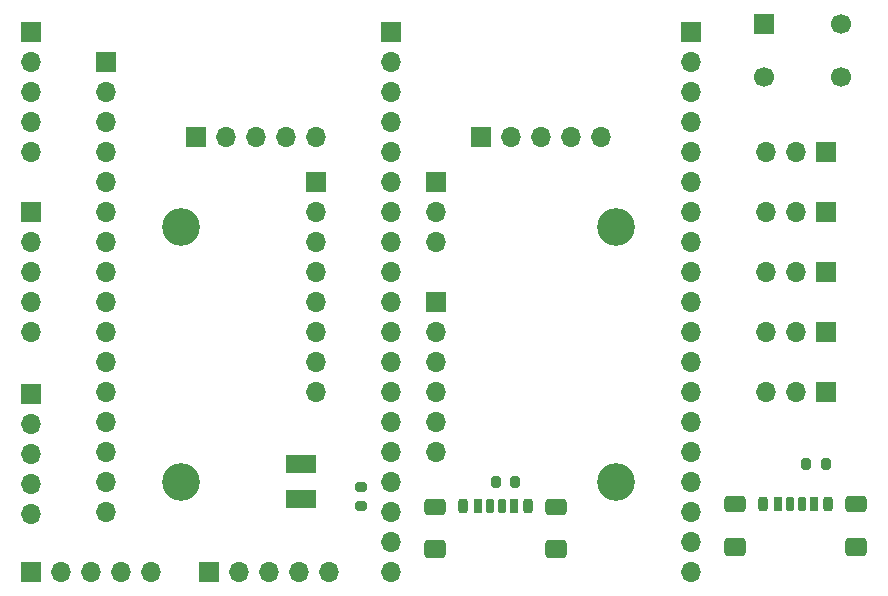
<source format=gbr>
%TF.GenerationSoftware,KiCad,Pcbnew,8.0.3*%
%TF.CreationDate,2024-07-03T01:18:00-05:00*%
%TF.ProjectId,lucidGloves,6c756369-6447-46c6-9f76-65732e6b6963,rev?*%
%TF.SameCoordinates,Original*%
%TF.FileFunction,Soldermask,Top*%
%TF.FilePolarity,Negative*%
%FSLAX46Y46*%
G04 Gerber Fmt 4.6, Leading zero omitted, Abs format (unit mm)*
G04 Created by KiCad (PCBNEW 8.0.3) date 2024-07-03 01:18:00*
%MOMM*%
%LPD*%
G01*
G04 APERTURE LIST*
G04 Aperture macros list*
%AMRoundRect*
0 Rectangle with rounded corners*
0 $1 Rounding radius*
0 $2 $3 $4 $5 $6 $7 $8 $9 X,Y pos of 4 corners*
0 Add a 4 corners polygon primitive as box body*
4,1,4,$2,$3,$4,$5,$6,$7,$8,$9,$2,$3,0*
0 Add four circle primitives for the rounded corners*
1,1,$1+$1,$2,$3*
1,1,$1+$1,$4,$5*
1,1,$1+$1,$6,$7*
1,1,$1+$1,$8,$9*
0 Add four rect primitives between the rounded corners*
20,1,$1+$1,$2,$3,$4,$5,0*
20,1,$1+$1,$4,$5,$6,$7,0*
20,1,$1+$1,$6,$7,$8,$9,0*
20,1,$1+$1,$8,$9,$2,$3,0*%
G04 Aperture macros list end*
%ADD10C,3.200000*%
%ADD11O,1.700000X1.700000*%
%ADD12R,1.700000X1.700000*%
%ADD13RoundRect,0.175000X-0.175000X-0.425000X0.175000X-0.425000X0.175000X0.425000X-0.175000X0.425000X0*%
%ADD14RoundRect,0.190000X0.190000X0.410000X-0.190000X0.410000X-0.190000X-0.410000X0.190000X-0.410000X0*%
%ADD15RoundRect,0.200000X0.200000X0.400000X-0.200000X0.400000X-0.200000X-0.400000X0.200000X-0.400000X0*%
%ADD16RoundRect,0.175000X0.175000X0.425000X-0.175000X0.425000X-0.175000X-0.425000X0.175000X-0.425000X0*%
%ADD17RoundRect,0.190000X-0.190000X-0.410000X0.190000X-0.410000X0.190000X0.410000X-0.190000X0.410000X0*%
%ADD18RoundRect,0.200000X-0.200000X-0.400000X0.200000X-0.400000X0.200000X0.400000X-0.200000X0.400000X0*%
%ADD19RoundRect,0.250000X-0.650000X-0.425000X0.650000X-0.425000X0.650000X0.425000X-0.650000X0.425000X0*%
%ADD20RoundRect,0.250000X-0.650000X-0.500000X0.650000X-0.500000X0.650000X0.500000X-0.650000X0.500000X0*%
%ADD21C,1.700000*%
%ADD22RoundRect,0.200000X-0.200000X-0.275000X0.200000X-0.275000X0.200000X0.275000X-0.200000X0.275000X0*%
%ADD23RoundRect,0.200000X-0.275000X0.200000X-0.275000X-0.200000X0.275000X-0.200000X0.275000X0.200000X0*%
%ADD24R,2.600000X1.500000*%
G04 APERTURE END LIST*
D10*
%TO.C,H2*%
X195580000Y-91440000D03*
%TD*%
D11*
%TO.C,J3*%
X180340000Y-71120000D03*
X180340000Y-68580000D03*
D12*
X180340000Y-66040000D03*
%TD*%
D13*
%TO.C,J1*%
X210323213Y-93287648D03*
D14*
X212343213Y-93287648D03*
D15*
X213573213Y-93287648D03*
D16*
X211323213Y-93287648D03*
D17*
X209303213Y-93287648D03*
D18*
X208073213Y-93287648D03*
D19*
X205698213Y-93342648D03*
D20*
X205698213Y-96922648D03*
D19*
X215948213Y-93342648D03*
D20*
X215948213Y-96922648D03*
%TD*%
D12*
%TO.C,J15*%
X184155000Y-62230000D03*
D11*
X186695000Y-62230000D03*
X189235000Y-62230000D03*
X191775000Y-62230000D03*
X194315000Y-62230000D03*
%TD*%
D12*
%TO.C,J6*%
X160020000Y-62230000D03*
D11*
X162560000Y-62230000D03*
X165100000Y-62230000D03*
X167640000Y-62230000D03*
X170180000Y-62230000D03*
%TD*%
%TO.C,J7*%
X152400000Y-93980000D03*
X152400000Y-91440000D03*
X152400000Y-88900000D03*
X152400000Y-86360000D03*
X152400000Y-83820000D03*
X152400000Y-81280000D03*
X152400000Y-78740000D03*
X152400000Y-76200000D03*
X152400000Y-73660000D03*
X152400000Y-71120000D03*
X152400000Y-68580000D03*
X152400000Y-66040000D03*
X152400000Y-63500000D03*
X152400000Y-60960000D03*
X152400000Y-58420000D03*
D12*
X152400000Y-55880000D03*
%TD*%
D10*
%TO.C,H4*%
X158750000Y-91440000D03*
%TD*%
%TO.C,H3*%
X158750000Y-69850000D03*
%TD*%
%TO.C,H1*%
X195580000Y-69850000D03*
%TD*%
D12*
%TO.C,SW1*%
X208130000Y-52650000D03*
D21*
X214630000Y-52650000D03*
X208130000Y-57150000D03*
X214630000Y-57150000D03*
%TD*%
D22*
%TO.C,R1*%
X213360000Y-89915000D03*
X211710000Y-89915000D03*
%TD*%
D23*
%TO.C,R3*%
X173990000Y-91885000D03*
X173990000Y-93535000D03*
%TD*%
D22*
%TO.C,R2*%
X185420000Y-91440000D03*
X187070000Y-91440000D03*
%TD*%
D12*
%TO.C,J20*%
X213360000Y-83820000D03*
D11*
X210820000Y-83820000D03*
X208280000Y-83820000D03*
%TD*%
D12*
%TO.C,J19*%
X213360000Y-78740000D03*
D11*
X210820000Y-78740000D03*
X208280000Y-78740000D03*
%TD*%
D12*
%TO.C,J18*%
X213360000Y-73660000D03*
D11*
X210820000Y-73660000D03*
X208280000Y-73660000D03*
%TD*%
D12*
%TO.C,J17*%
X213360000Y-68580000D03*
D11*
X210820000Y-68580000D03*
X208280000Y-68580000D03*
%TD*%
D12*
%TO.C,J16*%
X213360000Y-63500000D03*
D11*
X210820000Y-63500000D03*
X208280000Y-63500000D03*
%TD*%
%TO.C,J12*%
X146100000Y-63500000D03*
X146100000Y-60960000D03*
X146100000Y-58420000D03*
X146100000Y-55880000D03*
D12*
X146100000Y-53340000D03*
%TD*%
%TO.C,J11*%
X146100000Y-68580000D03*
D11*
X146100000Y-71120000D03*
X146100000Y-73660000D03*
X146100000Y-76200000D03*
X146100000Y-78740000D03*
%TD*%
D12*
%TO.C,J10*%
X146075000Y-84000000D03*
D11*
X146075000Y-86540000D03*
X146075000Y-89080000D03*
X146075000Y-91620000D03*
X146075000Y-94160000D03*
%TD*%
%TO.C,J9*%
X176555000Y-99060000D03*
X176555000Y-96520000D03*
X176555000Y-93980000D03*
X176555000Y-91440000D03*
X176555000Y-88900000D03*
X176555000Y-86360000D03*
X176555000Y-83820000D03*
X176555000Y-81280000D03*
X176555000Y-78740000D03*
X176555000Y-76200000D03*
X176555000Y-73660000D03*
X176555000Y-71120000D03*
X176555000Y-68580000D03*
X176555000Y-66040000D03*
X176555000Y-63500000D03*
X176555000Y-60960000D03*
X176555000Y-58420000D03*
X176555000Y-55880000D03*
D12*
X176555000Y-53340000D03*
%TD*%
D11*
%TO.C,J5*%
X171280000Y-99060000D03*
X168740000Y-99060000D03*
X166200000Y-99060000D03*
X163660000Y-99060000D03*
D12*
X161120000Y-99060000D03*
%TD*%
%TO.C,J4*%
X146100000Y-99060000D03*
D11*
X148640000Y-99060000D03*
X151180000Y-99060000D03*
X153720000Y-99060000D03*
X156260000Y-99060000D03*
%TD*%
D24*
%TO.C,D1*%
X168910000Y-89940000D03*
X168910000Y-92940000D03*
%TD*%
D12*
%TO.C,J13*%
X201930000Y-53340000D03*
D11*
X201930000Y-55880000D03*
X201930000Y-58420000D03*
X201930000Y-60960000D03*
X201930000Y-63500000D03*
X201930000Y-66040000D03*
X201930000Y-68580000D03*
X201930000Y-71120000D03*
X201930000Y-73660000D03*
X201930000Y-76200000D03*
X201930000Y-78740000D03*
X201930000Y-81280000D03*
X201930000Y-83820000D03*
X201930000Y-86360000D03*
X201930000Y-88900000D03*
X201930000Y-91440000D03*
X201930000Y-93980000D03*
X201930000Y-96520000D03*
X201930000Y-99060000D03*
%TD*%
%TO.C,J8*%
X170180000Y-83820000D03*
X170180000Y-81280000D03*
X170180000Y-78740000D03*
X170180000Y-76200000D03*
X170180000Y-73660000D03*
X170180000Y-71120000D03*
X170180000Y-68580000D03*
D12*
X170180000Y-66040000D03*
%TD*%
%TO.C,J14*%
X180340000Y-76200000D03*
D11*
X180340000Y-78740000D03*
X180340000Y-81280000D03*
X180340000Y-83820000D03*
X180340000Y-86360000D03*
X180340000Y-88900000D03*
%TD*%
D13*
%TO.C,J2*%
X184920000Y-93487500D03*
D14*
X186940000Y-93487500D03*
D15*
X188170000Y-93487500D03*
D16*
X185920000Y-93487500D03*
D17*
X183900000Y-93487500D03*
D18*
X182670000Y-93487500D03*
D19*
X180295000Y-93542500D03*
D20*
X180295000Y-97122500D03*
D19*
X190545000Y-93542500D03*
D20*
X190545000Y-97122500D03*
%TD*%
M02*

</source>
